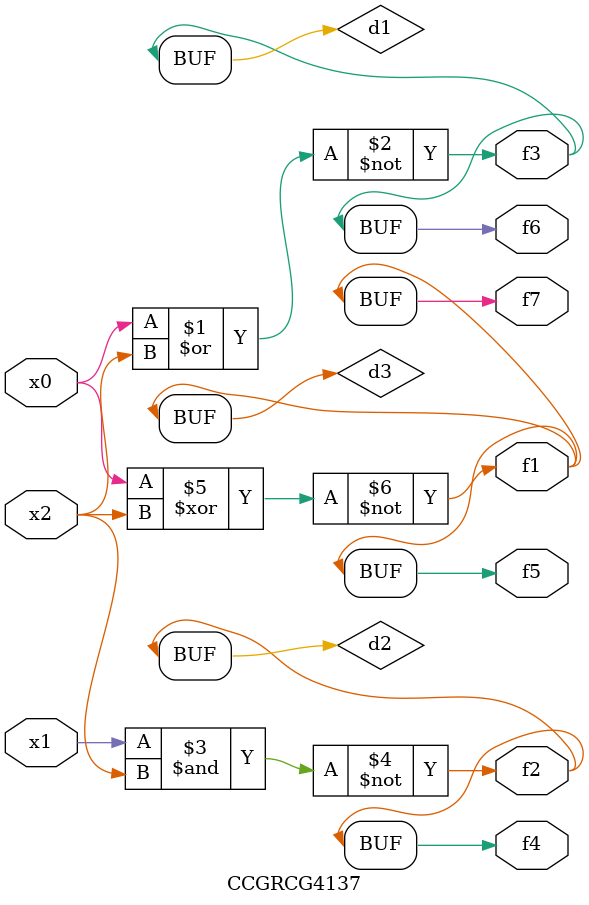
<source format=v>
module CCGRCG4137(
	input x0, x1, x2,
	output f1, f2, f3, f4, f5, f6, f7
);

	wire d1, d2, d3;

	nor (d1, x0, x2);
	nand (d2, x1, x2);
	xnor (d3, x0, x2);
	assign f1 = d3;
	assign f2 = d2;
	assign f3 = d1;
	assign f4 = d2;
	assign f5 = d3;
	assign f6 = d1;
	assign f7 = d3;
endmodule

</source>
